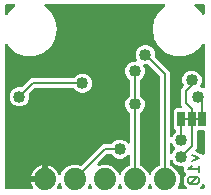
<source format=gbr>
G04 EAGLE Gerber RS-274X export*
G75*
%MOMM*%
%FSLAX34Y34*%
%LPD*%
%INBottom Copper*%
%IPPOS*%
%AMOC8*
5,1,8,0,0,1.08239X$1,22.5*%
G01*
%ADD10C,0.152400*%
%ADD11C,1.879600*%
%ADD12R,0.635000X1.270000*%
%ADD13C,0.203200*%
%ADD14C,1.016000*%

G36*
X26981Y4324D02*
X26981Y4324D01*
X27021Y4321D01*
X27138Y4344D01*
X27257Y4359D01*
X27294Y4373D01*
X27333Y4381D01*
X27441Y4432D01*
X27552Y4476D01*
X27585Y4499D01*
X27621Y4516D01*
X27713Y4592D01*
X27810Y4662D01*
X27835Y4693D01*
X27866Y4719D01*
X27936Y4815D01*
X28013Y4907D01*
X28030Y4944D01*
X28053Y4976D01*
X28097Y5087D01*
X28148Y5195D01*
X28156Y5234D01*
X28170Y5271D01*
X28185Y5390D01*
X28208Y5507D01*
X28205Y5547D01*
X28210Y5587D01*
X28196Y5706D01*
X28188Y5825D01*
X28176Y5863D01*
X28171Y5902D01*
X28127Y6014D01*
X28090Y6127D01*
X28069Y6161D01*
X28054Y6198D01*
X27968Y6334D01*
X27889Y6443D01*
X27036Y8117D01*
X26455Y9904D01*
X26415Y10161D01*
X36830Y10161D01*
X36948Y10176D01*
X37067Y10183D01*
X37105Y10196D01*
X37145Y10201D01*
X37256Y10244D01*
X37369Y10281D01*
X37403Y10303D01*
X37441Y10318D01*
X37537Y10388D01*
X37638Y10451D01*
X37666Y10481D01*
X37698Y10504D01*
X37774Y10596D01*
X37856Y10683D01*
X37875Y10718D01*
X37901Y10749D01*
X37952Y10857D01*
X38009Y10961D01*
X38020Y11001D01*
X38037Y11037D01*
X38059Y11154D01*
X38089Y11269D01*
X38093Y11330D01*
X38097Y11350D01*
X38095Y11370D01*
X38099Y11430D01*
X38099Y12701D01*
X39370Y12701D01*
X39488Y12716D01*
X39607Y12723D01*
X39645Y12736D01*
X39685Y12741D01*
X39796Y12785D01*
X39909Y12821D01*
X39944Y12843D01*
X39981Y12858D01*
X40077Y12928D01*
X40178Y12991D01*
X40206Y13021D01*
X40239Y13045D01*
X40314Y13136D01*
X40396Y13223D01*
X40416Y13258D01*
X40441Y13290D01*
X40492Y13397D01*
X40550Y13502D01*
X40560Y13541D01*
X40577Y13577D01*
X40599Y13694D01*
X40629Y13809D01*
X40633Y13870D01*
X40637Y13890D01*
X40635Y13910D01*
X40639Y13970D01*
X40639Y24385D01*
X40896Y24345D01*
X42683Y23764D01*
X44357Y22911D01*
X45878Y21806D01*
X47206Y20478D01*
X48311Y18957D01*
X49164Y17283D01*
X49315Y16818D01*
X49328Y16791D01*
X49335Y16762D01*
X49395Y16648D01*
X49450Y16530D01*
X49469Y16507D01*
X49483Y16481D01*
X49570Y16385D01*
X49653Y16285D01*
X49677Y16268D01*
X49697Y16246D01*
X49806Y16174D01*
X49910Y16098D01*
X49938Y16087D01*
X49963Y16071D01*
X50086Y16029D01*
X50206Y15981D01*
X50236Y15977D01*
X50264Y15968D01*
X50393Y15957D01*
X50521Y15941D01*
X50551Y15945D01*
X50581Y15942D01*
X50709Y15965D01*
X50837Y15981D01*
X50865Y15992D01*
X50894Y15997D01*
X51012Y16050D01*
X51133Y16098D01*
X51157Y16115D01*
X51184Y16127D01*
X51285Y16208D01*
X51390Y16284D01*
X51409Y16307D01*
X51433Y16326D01*
X51511Y16430D01*
X51593Y16529D01*
X51606Y16556D01*
X51624Y16580D01*
X51695Y16725D01*
X52948Y19750D01*
X56450Y23252D01*
X61024Y25147D01*
X65976Y25147D01*
X68178Y24235D01*
X68206Y24227D01*
X68233Y24213D01*
X68360Y24185D01*
X68485Y24151D01*
X68514Y24150D01*
X68543Y24144D01*
X68673Y24148D01*
X68803Y24146D01*
X68831Y24152D01*
X68861Y24153D01*
X68986Y24189D01*
X69112Y24220D01*
X69138Y24234D01*
X69166Y24242D01*
X69278Y24308D01*
X69393Y24368D01*
X69415Y24388D01*
X69440Y24403D01*
X69561Y24510D01*
X87216Y42165D01*
X93643Y42165D01*
X93741Y42177D01*
X93840Y42180D01*
X93899Y42197D01*
X93959Y42205D01*
X94051Y42241D01*
X94146Y42269D01*
X94198Y42299D01*
X94254Y42322D01*
X94334Y42380D01*
X94420Y42430D01*
X94495Y42496D01*
X94512Y42508D01*
X94520Y42518D01*
X94541Y42536D01*
X96995Y44991D01*
X99983Y46229D01*
X103217Y46229D01*
X106205Y44991D01*
X108069Y43127D01*
X108178Y43042D01*
X108285Y42953D01*
X108304Y42945D01*
X108320Y42932D01*
X108448Y42877D01*
X108573Y42818D01*
X108593Y42814D01*
X108612Y42806D01*
X108750Y42784D01*
X108886Y42758D01*
X108906Y42759D01*
X108926Y42756D01*
X109065Y42769D01*
X109203Y42778D01*
X109222Y42784D01*
X109242Y42786D01*
X109374Y42833D01*
X109505Y42876D01*
X109523Y42887D01*
X109542Y42894D01*
X109657Y42972D01*
X109774Y43046D01*
X109788Y43061D01*
X109805Y43072D01*
X109897Y43176D01*
X109992Y43278D01*
X110002Y43295D01*
X110015Y43311D01*
X110079Y43435D01*
X110146Y43556D01*
X110151Y43576D01*
X110160Y43594D01*
X110190Y43730D01*
X110225Y43864D01*
X110227Y43892D01*
X110230Y43904D01*
X110229Y43925D01*
X110235Y44025D01*
X110235Y68243D01*
X110223Y68341D01*
X110220Y68440D01*
X110203Y68499D01*
X110195Y68559D01*
X110159Y68651D01*
X110131Y68746D01*
X110101Y68798D01*
X110078Y68854D01*
X110020Y68934D01*
X109970Y69020D01*
X109904Y69095D01*
X109892Y69112D01*
X109882Y69120D01*
X109864Y69141D01*
X107409Y71595D01*
X106171Y74583D01*
X106171Y77817D01*
X107409Y80805D01*
X109864Y83259D01*
X109924Y83338D01*
X109992Y83410D01*
X110021Y83463D01*
X110058Y83511D01*
X110098Y83602D01*
X110146Y83688D01*
X110161Y83747D01*
X110185Y83802D01*
X110200Y83900D01*
X110225Y83996D01*
X110231Y84096D01*
X110235Y84117D01*
X110233Y84129D01*
X110235Y84157D01*
X110235Y96183D01*
X110223Y96281D01*
X110220Y96380D01*
X110203Y96439D01*
X110195Y96499D01*
X110159Y96591D01*
X110131Y96686D01*
X110101Y96738D01*
X110078Y96794D01*
X110020Y96874D01*
X109970Y96960D01*
X109904Y97035D01*
X109892Y97052D01*
X109882Y97060D01*
X109864Y97081D01*
X107409Y99535D01*
X106171Y102523D01*
X106171Y105757D01*
X107409Y108745D01*
X109695Y111031D01*
X112683Y112269D01*
X114911Y112269D01*
X114961Y112275D01*
X115010Y112273D01*
X115118Y112295D01*
X115227Y112309D01*
X115273Y112327D01*
X115322Y112337D01*
X115421Y112385D01*
X115523Y112426D01*
X115563Y112455D01*
X115608Y112477D01*
X115691Y112548D01*
X115780Y112612D01*
X115812Y112651D01*
X115850Y112683D01*
X115913Y112773D01*
X115983Y112857D01*
X116004Y112902D01*
X116033Y112943D01*
X116072Y113046D01*
X116118Y113145D01*
X116128Y113194D01*
X116145Y113240D01*
X116158Y113350D01*
X116178Y113457D01*
X116175Y113507D01*
X116181Y113556D01*
X116165Y113665D01*
X116158Y113775D01*
X116143Y113822D01*
X116136Y113871D01*
X116084Y114024D01*
X115061Y116493D01*
X115061Y119727D01*
X116299Y122715D01*
X118585Y125001D01*
X121573Y126239D01*
X124807Y126239D01*
X127795Y125001D01*
X130081Y122715D01*
X131319Y119727D01*
X131319Y116255D01*
X131331Y116157D01*
X131334Y116058D01*
X131351Y116000D01*
X131359Y115940D01*
X131395Y115848D01*
X131423Y115753D01*
X131453Y115701D01*
X131476Y115644D01*
X131534Y115564D01*
X131584Y115479D01*
X131650Y115403D01*
X131662Y115387D01*
X131672Y115379D01*
X131690Y115358D01*
X143765Y103284D01*
X143765Y49429D01*
X143773Y49360D01*
X143772Y49290D01*
X143793Y49202D01*
X143805Y49113D01*
X143830Y49048D01*
X143847Y48981D01*
X143889Y48901D01*
X143922Y48818D01*
X143963Y48761D01*
X143995Y48699D01*
X144056Y48633D01*
X144108Y48560D01*
X144162Y48516D01*
X144209Y48464D01*
X144284Y48415D01*
X144353Y48358D01*
X144417Y48328D01*
X144475Y48289D01*
X144560Y48260D01*
X144641Y48222D01*
X144710Y48209D01*
X144776Y48186D01*
X144865Y48179D01*
X144953Y48162D01*
X145023Y48167D01*
X145093Y48161D01*
X145181Y48176D01*
X145271Y48182D01*
X145337Y48203D01*
X145406Y48215D01*
X145488Y48252D01*
X145573Y48280D01*
X145632Y48317D01*
X145696Y48346D01*
X145766Y48402D01*
X145842Y48450D01*
X145890Y48501D01*
X145944Y48545D01*
X145999Y48616D01*
X146060Y48682D01*
X146094Y48743D01*
X146136Y48799D01*
X146207Y48943D01*
X146779Y50325D01*
X148996Y52542D01*
X149069Y52636D01*
X149148Y52725D01*
X149166Y52761D01*
X149191Y52793D01*
X149239Y52903D01*
X149293Y53009D01*
X149302Y53048D01*
X149318Y53085D01*
X149336Y53203D01*
X149362Y53319D01*
X149361Y53359D01*
X149367Y53399D01*
X149356Y53518D01*
X149353Y53637D01*
X149341Y53676D01*
X149338Y53716D01*
X149297Y53828D01*
X149264Y53942D01*
X149244Y53977D01*
X149230Y54015D01*
X149163Y54114D01*
X149103Y54216D01*
X149063Y54261D01*
X149051Y54278D01*
X149036Y54292D01*
X148996Y54337D01*
X147446Y55887D01*
X147446Y71113D01*
X149232Y72899D01*
X153239Y72899D01*
X153377Y72916D01*
X153515Y72929D01*
X153534Y72936D01*
X153554Y72939D01*
X153683Y72990D01*
X153814Y73037D01*
X153831Y73048D01*
X153850Y73056D01*
X153962Y73137D01*
X154077Y73215D01*
X154091Y73231D01*
X154107Y73242D01*
X154196Y73350D01*
X154288Y73454D01*
X154297Y73472D01*
X154310Y73487D01*
X154369Y73613D01*
X154432Y73737D01*
X154437Y73757D01*
X154446Y73775D01*
X154472Y73912D01*
X154502Y74047D01*
X154502Y74068D01*
X154505Y74087D01*
X154497Y74226D01*
X154492Y74365D01*
X154487Y74385D01*
X154486Y74405D01*
X154443Y74537D01*
X154404Y74671D01*
X154394Y74688D01*
X154388Y74707D01*
X154313Y74825D01*
X154243Y74945D01*
X154224Y74966D01*
X154217Y74976D01*
X154202Y74990D01*
X154136Y75065D01*
X153415Y75786D01*
X153415Y89314D01*
X155171Y91069D01*
X155189Y91093D01*
X155212Y91112D01*
X155286Y91218D01*
X155366Y91321D01*
X155378Y91348D01*
X155395Y91372D01*
X155441Y91493D01*
X155492Y91613D01*
X155497Y91642D01*
X155507Y91669D01*
X155522Y91798D01*
X155542Y91927D01*
X155539Y91956D01*
X155543Y91985D01*
X155525Y92114D01*
X155512Y92243D01*
X155502Y92271D01*
X155498Y92300D01*
X155446Y92453D01*
X154431Y94903D01*
X154431Y98137D01*
X155669Y101125D01*
X157955Y103411D01*
X160943Y104649D01*
X164177Y104649D01*
X167165Y103411D01*
X169451Y101125D01*
X170689Y98137D01*
X170689Y94903D01*
X169471Y91964D01*
X169440Y91849D01*
X169401Y91736D01*
X169398Y91696D01*
X169387Y91657D01*
X169385Y91538D01*
X169376Y91419D01*
X169383Y91380D01*
X169382Y91339D01*
X169410Y91223D01*
X169430Y91106D01*
X169447Y91069D01*
X169456Y91030D01*
X169512Y90924D01*
X169561Y90816D01*
X169586Y90784D01*
X169605Y90749D01*
X169685Y90661D01*
X169760Y90568D01*
X169792Y90543D01*
X169819Y90513D01*
X169918Y90448D01*
X170014Y90376D01*
X170068Y90350D01*
X170085Y90339D01*
X170104Y90332D01*
X170158Y90305D01*
X171636Y89693D01*
X171684Y89680D01*
X171728Y89659D01*
X171836Y89638D01*
X171943Y89609D01*
X171992Y89608D01*
X172040Y89599D01*
X172150Y89606D01*
X172261Y89604D01*
X172309Y89616D01*
X172358Y89619D01*
X172463Y89653D01*
X172570Y89678D01*
X172614Y89701D01*
X172660Y89716D01*
X172754Y89775D01*
X172852Y89827D01*
X172888Y89860D01*
X172929Y89886D01*
X173005Y89967D01*
X173087Y90041D01*
X173114Y90082D01*
X173147Y90117D01*
X173201Y90214D01*
X173262Y90307D01*
X173277Y90353D01*
X173301Y90396D01*
X173329Y90503D01*
X173365Y90607D01*
X173369Y90656D01*
X173381Y90704D01*
X173391Y90864D01*
X173434Y126180D01*
X173417Y126314D01*
X173412Y126404D01*
X173406Y126422D01*
X173401Y126471D01*
X173396Y126483D01*
X173395Y126496D01*
X173341Y126632D01*
X173316Y126699D01*
X173314Y126706D01*
X173313Y126708D01*
X173290Y126769D01*
X173283Y126780D01*
X173278Y126792D01*
X173192Y126910D01*
X173109Y127031D01*
X173099Y127039D01*
X173091Y127049D01*
X172979Y127143D01*
X172868Y127239D01*
X172857Y127244D01*
X172847Y127252D01*
X172715Y127315D01*
X172583Y127380D01*
X172571Y127383D01*
X172559Y127388D01*
X172416Y127416D01*
X172272Y127447D01*
X172259Y127446D01*
X172247Y127448D01*
X172102Y127440D01*
X171954Y127434D01*
X171942Y127430D01*
X171929Y127429D01*
X171790Y127384D01*
X171650Y127342D01*
X171639Y127335D01*
X171627Y127331D01*
X171503Y127253D01*
X171378Y127177D01*
X171369Y127168D01*
X171358Y127162D01*
X171303Y127104D01*
X171288Y127092D01*
X171253Y127051D01*
X171155Y126950D01*
X171145Y126936D01*
X171140Y126930D01*
X171132Y126916D01*
X171092Y126856D01*
X171085Y126847D01*
X171081Y126840D01*
X171066Y126816D01*
X169985Y124945D01*
X163878Y119820D01*
X156386Y117093D01*
X148414Y117093D01*
X140922Y119820D01*
X134815Y124944D01*
X130829Y131849D01*
X129445Y139700D01*
X130829Y147551D01*
X134815Y154455D01*
X139682Y158540D01*
X139706Y158566D01*
X139735Y158586D01*
X139814Y158682D01*
X139899Y158773D01*
X139915Y158804D01*
X139938Y158831D01*
X139991Y158944D01*
X140050Y159053D01*
X140058Y159087D01*
X140074Y159119D01*
X140097Y159241D01*
X140127Y159361D01*
X140127Y159397D01*
X140133Y159432D01*
X140126Y159555D01*
X140125Y159679D01*
X140116Y159714D01*
X140114Y159749D01*
X140075Y159867D01*
X140044Y159987D01*
X140026Y160018D01*
X140016Y160051D01*
X139949Y160156D01*
X139889Y160265D01*
X139864Y160290D01*
X139845Y160320D01*
X139755Y160405D01*
X139670Y160495D01*
X139640Y160514D01*
X139614Y160538D01*
X139505Y160598D01*
X139400Y160664D01*
X139366Y160675D01*
X139335Y160692D01*
X139215Y160723D01*
X139097Y160760D01*
X139062Y160762D01*
X139027Y160771D01*
X138867Y160781D01*
X38933Y160781D01*
X38898Y160777D01*
X38863Y160779D01*
X38741Y160757D01*
X38618Y160741D01*
X38585Y160728D01*
X38550Y160722D01*
X38437Y160670D01*
X38322Y160624D01*
X38294Y160604D01*
X38261Y160589D01*
X38165Y160510D01*
X38065Y160438D01*
X38042Y160410D01*
X38015Y160388D01*
X37941Y160288D01*
X37862Y160193D01*
X37847Y160161D01*
X37826Y160132D01*
X37779Y160017D01*
X37726Y159905D01*
X37720Y159870D01*
X37707Y159837D01*
X37690Y159714D01*
X37667Y159593D01*
X37669Y159557D01*
X37664Y159522D01*
X37679Y159399D01*
X37686Y159275D01*
X37697Y159241D01*
X37702Y159206D01*
X37746Y159091D01*
X37784Y158973D01*
X37803Y158943D01*
X37816Y158910D01*
X37888Y158809D01*
X37955Y158704D01*
X37980Y158680D01*
X38001Y158651D01*
X38118Y158540D01*
X42985Y154456D01*
X46971Y147551D01*
X48355Y139700D01*
X46971Y131849D01*
X42985Y124945D01*
X36878Y119820D01*
X29386Y117093D01*
X21414Y117093D01*
X13922Y119820D01*
X7815Y124944D01*
X6687Y126898D01*
X6599Y127014D01*
X6514Y127132D01*
X6503Y127141D01*
X6495Y127151D01*
X6381Y127242D01*
X6269Y127335D01*
X6256Y127341D01*
X6246Y127349D01*
X6112Y127409D01*
X5981Y127470D01*
X5968Y127473D01*
X5955Y127478D01*
X5811Y127503D01*
X5668Y127530D01*
X5655Y127529D01*
X5642Y127532D01*
X5496Y127519D01*
X5351Y127510D01*
X5338Y127506D01*
X5325Y127505D01*
X5187Y127457D01*
X5049Y127412D01*
X5037Y127405D01*
X5024Y127401D01*
X4903Y127320D01*
X4780Y127242D01*
X4771Y127232D01*
X4759Y127225D01*
X4662Y127117D01*
X4562Y127011D01*
X4555Y126999D01*
X4546Y126989D01*
X4479Y126860D01*
X4408Y126732D01*
X4405Y126719D01*
X4399Y126707D01*
X4365Y126565D01*
X4329Y126424D01*
X4328Y126406D01*
X4326Y126398D01*
X4326Y126380D01*
X4319Y126263D01*
X4319Y5588D01*
X4334Y5470D01*
X4341Y5351D01*
X4354Y5313D01*
X4359Y5272D01*
X4402Y5162D01*
X4439Y5049D01*
X4461Y5014D01*
X4476Y4977D01*
X4545Y4881D01*
X4609Y4780D01*
X4639Y4752D01*
X4662Y4719D01*
X4754Y4643D01*
X4841Y4562D01*
X4876Y4542D01*
X4907Y4517D01*
X5015Y4466D01*
X5119Y4408D01*
X5159Y4398D01*
X5195Y4381D01*
X5312Y4359D01*
X5427Y4329D01*
X5487Y4325D01*
X5507Y4321D01*
X5528Y4323D01*
X5588Y4319D01*
X26941Y4319D01*
X26981Y4324D01*
G37*
G36*
X127079Y16617D02*
X127079Y16617D01*
X127099Y16616D01*
X127235Y16644D01*
X127372Y16668D01*
X127391Y16676D01*
X127410Y16680D01*
X127535Y16741D01*
X127662Y16798D01*
X127678Y16811D01*
X127696Y16820D01*
X127802Y16910D01*
X127910Y16997D01*
X127923Y17013D01*
X127938Y17026D01*
X128018Y17140D01*
X128102Y17251D01*
X128114Y17276D01*
X128121Y17286D01*
X128128Y17305D01*
X128173Y17395D01*
X129148Y19750D01*
X132650Y23252D01*
X134852Y24164D01*
X134877Y24179D01*
X134905Y24188D01*
X135015Y24257D01*
X135128Y24322D01*
X135149Y24342D01*
X135174Y24358D01*
X135263Y24452D01*
X135356Y24543D01*
X135372Y24568D01*
X135392Y24590D01*
X135455Y24703D01*
X135523Y24814D01*
X135531Y24842D01*
X135546Y24868D01*
X135578Y24994D01*
X135616Y25118D01*
X135618Y25147D01*
X135625Y25176D01*
X135635Y25337D01*
X135635Y99391D01*
X135623Y99489D01*
X135620Y99588D01*
X135603Y99646D01*
X135595Y99706D01*
X135559Y99798D01*
X135531Y99893D01*
X135501Y99945D01*
X135478Y100002D01*
X135420Y100082D01*
X135370Y100167D01*
X135304Y100243D01*
X135292Y100259D01*
X135282Y100267D01*
X135264Y100288D01*
X125942Y109610D01*
X125864Y109670D01*
X125792Y109738D01*
X125739Y109767D01*
X125691Y109804D01*
X125600Y109844D01*
X125513Y109892D01*
X125455Y109907D01*
X125399Y109931D01*
X125301Y109946D01*
X125205Y109971D01*
X125105Y109977D01*
X125085Y109981D01*
X125073Y109979D01*
X125045Y109981D01*
X122579Y109981D01*
X122529Y109975D01*
X122480Y109977D01*
X122372Y109955D01*
X122263Y109941D01*
X122217Y109923D01*
X122168Y109913D01*
X122069Y109865D01*
X121967Y109824D01*
X121927Y109795D01*
X121882Y109773D01*
X121799Y109702D01*
X121710Y109638D01*
X121678Y109599D01*
X121640Y109567D01*
X121577Y109477D01*
X121507Y109393D01*
X121486Y109348D01*
X121457Y109307D01*
X121418Y109204D01*
X121372Y109105D01*
X121362Y109056D01*
X121345Y109010D01*
X121332Y108900D01*
X121312Y108793D01*
X121315Y108743D01*
X121309Y108694D01*
X121325Y108585D01*
X121332Y108475D01*
X121347Y108428D01*
X121354Y108379D01*
X121406Y108226D01*
X122429Y105757D01*
X122429Y102523D01*
X121191Y99535D01*
X118736Y97081D01*
X118676Y97002D01*
X118608Y96930D01*
X118579Y96877D01*
X118542Y96829D01*
X118502Y96738D01*
X118454Y96652D01*
X118439Y96593D01*
X118415Y96538D01*
X118400Y96440D01*
X118375Y96344D01*
X118369Y96244D01*
X118365Y96223D01*
X118367Y96211D01*
X118365Y96183D01*
X118365Y84157D01*
X118377Y84059D01*
X118380Y83960D01*
X118397Y83901D01*
X118405Y83841D01*
X118441Y83749D01*
X118469Y83654D01*
X118499Y83602D01*
X118522Y83546D01*
X118580Y83466D01*
X118630Y83380D01*
X118696Y83305D01*
X118708Y83288D01*
X118718Y83280D01*
X118736Y83259D01*
X121191Y80805D01*
X122429Y77817D01*
X122429Y74583D01*
X121191Y71595D01*
X118736Y69141D01*
X118676Y69062D01*
X118608Y68990D01*
X118579Y68937D01*
X118542Y68889D01*
X118502Y68798D01*
X118454Y68712D01*
X118439Y68653D01*
X118415Y68598D01*
X118400Y68500D01*
X118375Y68404D01*
X118369Y68304D01*
X118365Y68283D01*
X118367Y68271D01*
X118365Y68243D01*
X118365Y25337D01*
X118368Y25307D01*
X118366Y25278D01*
X118388Y25150D01*
X118405Y25021D01*
X118415Y24994D01*
X118420Y24965D01*
X118474Y24846D01*
X118522Y24725D01*
X118539Y24702D01*
X118551Y24675D01*
X118632Y24573D01*
X118708Y24468D01*
X118731Y24449D01*
X118750Y24426D01*
X118853Y24348D01*
X118953Y24265D01*
X118980Y24253D01*
X119004Y24235D01*
X119148Y24164D01*
X121350Y23252D01*
X124852Y19750D01*
X125827Y17395D01*
X125896Y17275D01*
X125961Y17152D01*
X125975Y17137D01*
X125985Y17119D01*
X126082Y17019D01*
X126175Y16916D01*
X126192Y16905D01*
X126206Y16891D01*
X126324Y16818D01*
X126441Y16742D01*
X126460Y16735D01*
X126477Y16724D01*
X126610Y16684D01*
X126742Y16638D01*
X126762Y16637D01*
X126781Y16631D01*
X126920Y16624D01*
X127059Y16613D01*
X127079Y16617D01*
G37*
%LPC*%
G36*
X14893Y74421D02*
X14893Y74421D01*
X11905Y75659D01*
X9619Y77945D01*
X8381Y80933D01*
X8381Y84167D01*
X9619Y87155D01*
X11905Y89441D01*
X14893Y90679D01*
X18365Y90679D01*
X18463Y90691D01*
X18562Y90694D01*
X18620Y90711D01*
X18680Y90719D01*
X18772Y90755D01*
X18867Y90783D01*
X18919Y90813D01*
X18976Y90836D01*
X19056Y90894D01*
X19141Y90944D01*
X19217Y91010D01*
X19233Y91022D01*
X19241Y91032D01*
X19262Y91050D01*
X26256Y98045D01*
X61893Y98045D01*
X61991Y98057D01*
X62090Y98060D01*
X62149Y98077D01*
X62209Y98085D01*
X62301Y98121D01*
X62396Y98149D01*
X62448Y98179D01*
X62504Y98202D01*
X62584Y98260D01*
X62670Y98310D01*
X62745Y98376D01*
X62762Y98388D01*
X62770Y98398D01*
X62791Y98416D01*
X65245Y100871D01*
X68233Y102109D01*
X71467Y102109D01*
X74455Y100871D01*
X76741Y98585D01*
X77979Y95597D01*
X77979Y92363D01*
X76741Y89375D01*
X74455Y87089D01*
X71467Y85851D01*
X68233Y85851D01*
X65245Y87089D01*
X62791Y89544D01*
X62713Y89604D01*
X62640Y89672D01*
X62587Y89701D01*
X62539Y89738D01*
X62448Y89778D01*
X62362Y89826D01*
X62303Y89841D01*
X62248Y89865D01*
X62150Y89880D01*
X62054Y89905D01*
X61954Y89911D01*
X61933Y89915D01*
X61921Y89913D01*
X61893Y89915D01*
X30149Y89915D01*
X30051Y89903D01*
X29952Y89900D01*
X29894Y89883D01*
X29834Y89875D01*
X29742Y89839D01*
X29647Y89811D01*
X29595Y89781D01*
X29538Y89758D01*
X29458Y89700D01*
X29373Y89650D01*
X29297Y89584D01*
X29281Y89572D01*
X29273Y89562D01*
X29252Y89544D01*
X25010Y85302D01*
X24950Y85224D01*
X24882Y85152D01*
X24853Y85099D01*
X24816Y85051D01*
X24776Y84960D01*
X24728Y84873D01*
X24713Y84815D01*
X24689Y84759D01*
X24674Y84661D01*
X24649Y84565D01*
X24643Y84465D01*
X24639Y84445D01*
X24641Y84433D01*
X24639Y84405D01*
X24639Y80933D01*
X23401Y77945D01*
X21115Y75659D01*
X18127Y74421D01*
X14893Y74421D01*
G37*
%LPD*%
G36*
X101679Y16617D02*
X101679Y16617D01*
X101699Y16616D01*
X101835Y16644D01*
X101972Y16668D01*
X101991Y16676D01*
X102010Y16680D01*
X102135Y16741D01*
X102262Y16798D01*
X102278Y16811D01*
X102296Y16820D01*
X102402Y16910D01*
X102510Y16997D01*
X102523Y17013D01*
X102538Y17026D01*
X102618Y17140D01*
X102702Y17251D01*
X102714Y17276D01*
X102721Y17286D01*
X102728Y17305D01*
X102773Y17395D01*
X103748Y19750D01*
X107250Y23252D01*
X109452Y24164D01*
X109477Y24179D01*
X109505Y24188D01*
X109615Y24257D01*
X109728Y24322D01*
X109749Y24342D01*
X109774Y24358D01*
X109863Y24452D01*
X109956Y24543D01*
X109972Y24568D01*
X109992Y24590D01*
X110055Y24703D01*
X110123Y24814D01*
X110131Y24842D01*
X110146Y24868D01*
X110178Y24994D01*
X110216Y25118D01*
X110218Y25147D01*
X110225Y25176D01*
X110235Y25337D01*
X110235Y32175D01*
X110218Y32313D01*
X110205Y32452D01*
X110198Y32471D01*
X110195Y32491D01*
X110144Y32620D01*
X110097Y32751D01*
X110086Y32768D01*
X110078Y32786D01*
X109997Y32899D01*
X109919Y33014D01*
X109903Y33027D01*
X109892Y33044D01*
X109784Y33133D01*
X109680Y33225D01*
X109662Y33234D01*
X109647Y33247D01*
X109521Y33306D01*
X109397Y33369D01*
X109377Y33374D01*
X109359Y33382D01*
X109223Y33408D01*
X109087Y33439D01*
X109066Y33438D01*
X109047Y33442D01*
X108908Y33433D01*
X108769Y33429D01*
X108749Y33423D01*
X108729Y33422D01*
X108597Y33379D01*
X108463Y33341D01*
X108446Y33330D01*
X108427Y33324D01*
X108309Y33250D01*
X108189Y33179D01*
X108168Y33161D01*
X108158Y33154D01*
X108144Y33139D01*
X108069Y33073D01*
X106205Y31209D01*
X103217Y29971D01*
X99983Y29971D01*
X96995Y31209D01*
X94541Y33664D01*
X94462Y33724D01*
X94390Y33792D01*
X94337Y33821D01*
X94289Y33858D01*
X94198Y33898D01*
X94112Y33946D01*
X94053Y33961D01*
X93998Y33985D01*
X93900Y34000D01*
X93804Y34025D01*
X93704Y34031D01*
X93683Y34035D01*
X93671Y34033D01*
X93643Y34035D01*
X91109Y34035D01*
X91011Y34023D01*
X90912Y34020D01*
X90854Y34003D01*
X90794Y33995D01*
X90702Y33959D01*
X90607Y33931D01*
X90555Y33901D01*
X90498Y33878D01*
X90418Y33820D01*
X90333Y33770D01*
X90257Y33704D01*
X90241Y33692D01*
X90233Y33682D01*
X90212Y33664D01*
X82863Y26315D01*
X82820Y26260D01*
X82770Y26211D01*
X82723Y26134D01*
X82668Y26064D01*
X82640Y25999D01*
X82604Y25940D01*
X82578Y25854D01*
X82542Y25772D01*
X82531Y25703D01*
X82510Y25636D01*
X82506Y25547D01*
X82492Y25458D01*
X82499Y25388D01*
X82495Y25318D01*
X82513Y25231D01*
X82522Y25141D01*
X82545Y25075D01*
X82560Y25007D01*
X82599Y24926D01*
X82629Y24842D01*
X82669Y24784D01*
X82699Y24721D01*
X82758Y24653D01*
X82808Y24579D01*
X82860Y24532D01*
X82906Y24479D01*
X82979Y24428D01*
X83046Y24368D01*
X83109Y24336D01*
X83166Y24296D01*
X83250Y24264D01*
X83330Y24223D01*
X83398Y24208D01*
X83463Y24183D01*
X83552Y24173D01*
X83640Y24154D01*
X83710Y24156D01*
X83779Y24148D01*
X83868Y24161D01*
X83958Y24163D01*
X84025Y24183D01*
X84094Y24193D01*
X84246Y24245D01*
X86424Y25147D01*
X91376Y25147D01*
X95950Y23252D01*
X99452Y19750D01*
X100427Y17395D01*
X100496Y17275D01*
X100561Y17152D01*
X100575Y17137D01*
X100585Y17119D01*
X100682Y17019D01*
X100775Y16916D01*
X100792Y16905D01*
X100806Y16891D01*
X100924Y16818D01*
X101041Y16742D01*
X101060Y16735D01*
X101077Y16724D01*
X101210Y16684D01*
X101342Y16638D01*
X101362Y16637D01*
X101381Y16631D01*
X101520Y16624D01*
X101659Y16613D01*
X101679Y16617D01*
G37*
G36*
X172196Y33121D02*
X172196Y33121D01*
X172289Y33126D01*
X172352Y33147D01*
X172417Y33157D01*
X172502Y33195D01*
X172592Y33224D01*
X172647Y33259D01*
X172707Y33286D01*
X172781Y33344D01*
X172861Y33394D01*
X172906Y33442D01*
X172957Y33482D01*
X173014Y33557D01*
X173079Y33625D01*
X173111Y33683D01*
X173151Y33735D01*
X173187Y33822D01*
X173233Y33904D01*
X173249Y33967D01*
X173275Y34028D01*
X173289Y34121D01*
X173313Y34211D01*
X173320Y34324D01*
X173323Y34342D01*
X173322Y34352D01*
X173323Y34372D01*
X173345Y52830D01*
X173330Y52949D01*
X173323Y53069D01*
X173311Y53107D01*
X173306Y53146D01*
X173262Y53258D01*
X173225Y53371D01*
X173204Y53405D01*
X173189Y53442D01*
X173119Y53539D01*
X173055Y53640D01*
X173026Y53667D01*
X173003Y53699D01*
X172910Y53776D01*
X172823Y53858D01*
X172788Y53877D01*
X172758Y53903D01*
X172649Y53954D01*
X172545Y54012D01*
X172506Y54021D01*
X172470Y54038D01*
X172353Y54061D01*
X172237Y54091D01*
X172178Y54095D01*
X172158Y54099D01*
X172138Y54097D01*
X172076Y54101D01*
X167894Y54101D01*
X167776Y54086D01*
X167657Y54079D01*
X167619Y54066D01*
X167578Y54061D01*
X167468Y54018D01*
X167355Y53981D01*
X167320Y53959D01*
X167283Y53944D01*
X167187Y53875D01*
X167086Y53811D01*
X167058Y53781D01*
X167025Y53758D01*
X166949Y53666D01*
X166868Y53579D01*
X166848Y53544D01*
X166823Y53513D01*
X166772Y53405D01*
X166714Y53301D01*
X166704Y53261D01*
X166687Y53225D01*
X166665Y53108D01*
X166635Y52993D01*
X166631Y52933D01*
X166627Y52913D01*
X166629Y52892D01*
X166625Y52832D01*
X166625Y38956D01*
X165678Y38010D01*
X165676Y38006D01*
X165672Y38004D01*
X165577Y37880D01*
X165483Y37759D01*
X165482Y37755D01*
X165479Y37751D01*
X165418Y37607D01*
X165357Y37467D01*
X165356Y37462D01*
X165355Y37458D01*
X165332Y37306D01*
X165307Y37153D01*
X165308Y37148D01*
X165307Y37144D01*
X165322Y36991D01*
X165337Y36836D01*
X165339Y36832D01*
X165339Y36827D01*
X165392Y36683D01*
X165445Y36537D01*
X165447Y36533D01*
X165449Y36529D01*
X165536Y36402D01*
X165623Y36274D01*
X165627Y36271D01*
X165629Y36267D01*
X165744Y36167D01*
X165862Y36063D01*
X165866Y36061D01*
X165869Y36058D01*
X166008Y35977D01*
X169529Y34217D01*
X169538Y34214D01*
X169546Y34208D01*
X169695Y34148D01*
X170872Y33756D01*
X170893Y33726D01*
X170976Y33601D01*
X170983Y33595D01*
X170988Y33588D01*
X171100Y33490D01*
X171213Y33389D01*
X171221Y33385D01*
X171228Y33379D01*
X171367Y33298D01*
X171486Y33238D01*
X171574Y33207D01*
X171659Y33167D01*
X171724Y33155D01*
X171786Y33133D01*
X171880Y33125D01*
X171972Y33107D01*
X172037Y33111D01*
X172103Y33105D01*
X172196Y33121D01*
G37*
G36*
X157366Y4336D02*
X157366Y4336D01*
X157505Y4349D01*
X157524Y4356D01*
X157544Y4359D01*
X157673Y4410D01*
X157804Y4457D01*
X157821Y4468D01*
X157840Y4476D01*
X157952Y4557D01*
X158067Y4635D01*
X158081Y4651D01*
X158097Y4662D01*
X158186Y4770D01*
X158278Y4874D01*
X158287Y4892D01*
X158300Y4907D01*
X158359Y5033D01*
X158422Y5157D01*
X158427Y5177D01*
X158435Y5195D01*
X158461Y5332D01*
X158492Y5467D01*
X158491Y5488D01*
X158495Y5507D01*
X158486Y5646D01*
X158482Y5785D01*
X158477Y5805D01*
X158475Y5825D01*
X158433Y5957D01*
X158394Y6091D01*
X158384Y6108D01*
X158377Y6127D01*
X158303Y6245D01*
X158232Y6365D01*
X158214Y6386D01*
X158207Y6396D01*
X158192Y6410D01*
X158126Y6485D01*
X156763Y7848D01*
X156763Y7849D01*
X155694Y8917D01*
X155694Y14956D01*
X157175Y16437D01*
X157248Y16531D01*
X157327Y16620D01*
X157345Y16656D01*
X157370Y16688D01*
X157418Y16798D01*
X157472Y16903D01*
X157480Y16943D01*
X157497Y16980D01*
X157515Y17098D01*
X157541Y17214D01*
X157540Y17254D01*
X157546Y17294D01*
X157535Y17413D01*
X157532Y17532D01*
X157520Y17570D01*
X157517Y17611D01*
X157476Y17723D01*
X157443Y17837D01*
X157423Y17872D01*
X157409Y17910D01*
X157342Y18009D01*
X157282Y18111D01*
X157242Y18156D01*
X157230Y18173D01*
X157215Y18187D01*
X157175Y18232D01*
X155694Y19713D01*
X155694Y22352D01*
X155679Y22470D01*
X155672Y22589D01*
X155659Y22627D01*
X155654Y22668D01*
X155610Y22778D01*
X155574Y22891D01*
X155552Y22926D01*
X155537Y22963D01*
X155467Y23059D01*
X155403Y23160D01*
X155374Y23188D01*
X155350Y23221D01*
X155258Y23297D01*
X155172Y23378D01*
X155136Y23398D01*
X155105Y23423D01*
X154998Y23474D01*
X154893Y23532D01*
X154854Y23542D01*
X154817Y23559D01*
X154701Y23581D01*
X154585Y23611D01*
X154525Y23615D01*
X154505Y23619D01*
X154485Y23617D01*
X154425Y23621D01*
X152053Y23621D01*
X149065Y24859D01*
X146779Y27145D01*
X146207Y28527D01*
X146172Y28588D01*
X146146Y28652D01*
X146094Y28725D01*
X146049Y28803D01*
X146001Y28853D01*
X145960Y28910D01*
X145890Y28967D01*
X145828Y29031D01*
X145768Y29068D01*
X145715Y29112D01*
X145633Y29151D01*
X145557Y29198D01*
X145490Y29218D01*
X145427Y29248D01*
X145339Y29265D01*
X145253Y29291D01*
X145183Y29295D01*
X145114Y29308D01*
X145025Y29302D01*
X144935Y29307D01*
X144867Y29292D01*
X144797Y29288D01*
X144712Y29260D01*
X144624Y29242D01*
X144561Y29212D01*
X144495Y29190D01*
X144419Y29142D01*
X144338Y29102D01*
X144285Y29057D01*
X144226Y29020D01*
X144164Y28954D01*
X144096Y28896D01*
X144056Y28839D01*
X144008Y28788D01*
X143965Y28710D01*
X143913Y28636D01*
X143888Y28571D01*
X143854Y28510D01*
X143832Y28423D01*
X143800Y28339D01*
X143792Y28269D01*
X143775Y28202D01*
X143765Y28041D01*
X143765Y25337D01*
X143768Y25307D01*
X143766Y25278D01*
X143788Y25150D01*
X143805Y25021D01*
X143815Y24994D01*
X143820Y24965D01*
X143874Y24846D01*
X143922Y24725D01*
X143939Y24702D01*
X143951Y24675D01*
X144032Y24573D01*
X144108Y24468D01*
X144131Y24449D01*
X144150Y24426D01*
X144253Y24348D01*
X144353Y24265D01*
X144380Y24253D01*
X144404Y24235D01*
X144548Y24164D01*
X146750Y23252D01*
X150252Y19750D01*
X152147Y15176D01*
X152147Y10224D01*
X150428Y6074D01*
X150414Y6026D01*
X150393Y5981D01*
X150373Y5873D01*
X150344Y5767D01*
X150343Y5717D01*
X150333Y5668D01*
X150340Y5559D01*
X150339Y5449D01*
X150350Y5401D01*
X150353Y5351D01*
X150387Y5247D01*
X150413Y5140D01*
X150436Y5096D01*
X150451Y5049D01*
X150510Y4956D01*
X150561Y4859D01*
X150595Y4822D01*
X150621Y4780D01*
X150702Y4705D01*
X150775Y4623D01*
X150817Y4596D01*
X150853Y4562D01*
X150949Y4509D01*
X151041Y4449D01*
X151088Y4432D01*
X151132Y4408D01*
X151238Y4381D01*
X151342Y4345D01*
X151391Y4341D01*
X151439Y4329D01*
X151600Y4319D01*
X157228Y4319D01*
X157366Y4336D01*
G37*
%LPC*%
G36*
X26415Y15239D02*
X26415Y15239D01*
X26455Y15496D01*
X27036Y17283D01*
X27889Y18957D01*
X28994Y20478D01*
X30322Y21806D01*
X31843Y22911D01*
X33517Y23764D01*
X35304Y24345D01*
X35561Y24385D01*
X35561Y15239D01*
X26415Y15239D01*
G37*
%LPD*%
G36*
X5652Y151879D02*
X5652Y151879D01*
X5798Y151885D01*
X5812Y151889D01*
X5825Y151890D01*
X5963Y151934D01*
X6103Y151976D01*
X6115Y151983D01*
X6127Y151988D01*
X6250Y152065D01*
X6375Y152141D01*
X6385Y152151D01*
X6396Y152158D01*
X6496Y152264D01*
X6598Y152368D01*
X6608Y152383D01*
X6614Y152389D01*
X6622Y152404D01*
X6687Y152502D01*
X7815Y154456D01*
X12682Y158540D01*
X12706Y158566D01*
X12735Y158586D01*
X12814Y158682D01*
X12899Y158773D01*
X12915Y158804D01*
X12938Y158831D01*
X12991Y158944D01*
X13050Y159053D01*
X13058Y159087D01*
X13074Y159119D01*
X13097Y159241D01*
X13127Y159361D01*
X13127Y159397D01*
X13133Y159432D01*
X13126Y159555D01*
X13125Y159679D01*
X13116Y159714D01*
X13114Y159749D01*
X13075Y159867D01*
X13044Y159987D01*
X13026Y160018D01*
X13016Y160051D01*
X12949Y160156D01*
X12889Y160265D01*
X12864Y160290D01*
X12845Y160320D01*
X12755Y160405D01*
X12670Y160495D01*
X12640Y160514D01*
X12614Y160538D01*
X12505Y160598D01*
X12400Y160664D01*
X12366Y160675D01*
X12335Y160692D01*
X12215Y160723D01*
X12097Y160760D01*
X12062Y160762D01*
X12027Y160771D01*
X11867Y160781D01*
X5588Y160781D01*
X5470Y160766D01*
X5351Y160759D01*
X5313Y160746D01*
X5272Y160741D01*
X5162Y160698D01*
X5049Y160661D01*
X5014Y160639D01*
X4977Y160624D01*
X4881Y160555D01*
X4780Y160491D01*
X4752Y160461D01*
X4719Y160438D01*
X4643Y160346D01*
X4562Y160259D01*
X4542Y160224D01*
X4517Y160193D01*
X4466Y160085D01*
X4408Y159981D01*
X4398Y159941D01*
X4381Y159905D01*
X4359Y159788D01*
X4329Y159673D01*
X4325Y159613D01*
X4321Y159593D01*
X4323Y159572D01*
X4319Y159512D01*
X4319Y153137D01*
X4337Y152992D01*
X4352Y152847D01*
X4357Y152834D01*
X4359Y152821D01*
X4412Y152686D01*
X4463Y152549D01*
X4471Y152538D01*
X4476Y152525D01*
X4561Y152408D01*
X4644Y152288D01*
X4655Y152279D01*
X4662Y152268D01*
X4774Y152175D01*
X4885Y152080D01*
X4897Y152074D01*
X4907Y152065D01*
X5039Y152003D01*
X5170Y151938D01*
X5183Y151935D01*
X5195Y151930D01*
X5337Y151902D01*
X5481Y151872D01*
X5494Y151872D01*
X5507Y151870D01*
X5652Y151879D01*
G37*
G36*
X172289Y151906D02*
X172289Y151906D01*
X172433Y151914D01*
X172447Y151919D01*
X172461Y151920D01*
X172598Y151968D01*
X172736Y152012D01*
X172748Y152020D01*
X172761Y152024D01*
X172882Y152105D01*
X173005Y152182D01*
X173014Y152192D01*
X173026Y152200D01*
X173123Y152308D01*
X173223Y152413D01*
X173230Y152426D01*
X173239Y152436D01*
X173306Y152565D01*
X173377Y152692D01*
X173380Y152705D01*
X173387Y152718D01*
X173420Y152859D01*
X173456Y152999D01*
X173458Y153019D01*
X173460Y153028D01*
X173459Y153045D01*
X173467Y153160D01*
X173475Y159510D01*
X173460Y159629D01*
X173452Y159749D01*
X173440Y159787D01*
X173435Y159826D01*
X173391Y159938D01*
X173354Y160051D01*
X173333Y160085D01*
X173318Y160122D01*
X173248Y160219D01*
X173184Y160320D01*
X173155Y160347D01*
X173132Y160379D01*
X173040Y160456D01*
X172952Y160538D01*
X172918Y160557D01*
X172887Y160583D01*
X172779Y160634D01*
X172674Y160692D01*
X172635Y160701D01*
X172600Y160718D01*
X172482Y160741D01*
X172366Y160771D01*
X172307Y160775D01*
X172287Y160779D01*
X172267Y160777D01*
X172205Y160781D01*
X165933Y160781D01*
X165898Y160777D01*
X165863Y160779D01*
X165741Y160757D01*
X165618Y160741D01*
X165585Y160728D01*
X165550Y160722D01*
X165437Y160670D01*
X165322Y160624D01*
X165294Y160604D01*
X165261Y160589D01*
X165165Y160510D01*
X165065Y160438D01*
X165042Y160410D01*
X165015Y160388D01*
X164941Y160288D01*
X164862Y160193D01*
X164847Y160161D01*
X164826Y160132D01*
X164779Y160017D01*
X164726Y159905D01*
X164720Y159870D01*
X164707Y159837D01*
X164690Y159714D01*
X164667Y159593D01*
X164669Y159557D01*
X164664Y159522D01*
X164679Y159399D01*
X164686Y159275D01*
X164697Y159241D01*
X164702Y159206D01*
X164746Y159091D01*
X164784Y158973D01*
X164803Y158943D01*
X164816Y158910D01*
X164888Y158809D01*
X164955Y158704D01*
X164980Y158680D01*
X165001Y158651D01*
X165118Y158540D01*
X169985Y154456D01*
X171098Y152527D01*
X171186Y152411D01*
X171271Y152294D01*
X171282Y152285D01*
X171291Y152274D01*
X171404Y152183D01*
X171516Y152091D01*
X171529Y152085D01*
X171540Y152076D01*
X171672Y152017D01*
X171803Y151955D01*
X171817Y151952D01*
X171830Y151947D01*
X171974Y151922D01*
X172116Y151895D01*
X172130Y151896D01*
X172144Y151893D01*
X172289Y151906D01*
G37*
G36*
X145181Y34206D02*
X145181Y34206D01*
X145271Y34212D01*
X145337Y34233D01*
X145406Y34245D01*
X145488Y34282D01*
X145573Y34310D01*
X145632Y34347D01*
X145696Y34376D01*
X145766Y34432D01*
X145842Y34480D01*
X145890Y34531D01*
X145944Y34575D01*
X145999Y34646D01*
X146060Y34712D01*
X146094Y34773D01*
X146136Y34829D01*
X146207Y34973D01*
X146779Y36355D01*
X148262Y37838D01*
X148335Y37932D01*
X148413Y38021D01*
X148432Y38057D01*
X148457Y38089D01*
X148504Y38198D01*
X148558Y38304D01*
X148567Y38343D01*
X148583Y38381D01*
X148602Y38498D01*
X148628Y38614D01*
X148627Y38655D01*
X148633Y38695D01*
X148622Y38813D01*
X148618Y38932D01*
X148607Y38971D01*
X148603Y39011D01*
X148563Y39123D01*
X148530Y39238D01*
X148509Y39273D01*
X148495Y39311D01*
X148429Y39409D01*
X148368Y39512D01*
X148328Y39557D01*
X148317Y39574D01*
X148302Y39587D01*
X148262Y39633D01*
X146779Y41115D01*
X146207Y42497D01*
X146172Y42558D01*
X146146Y42622D01*
X146094Y42695D01*
X146049Y42773D01*
X146001Y42823D01*
X145960Y42880D01*
X145890Y42937D01*
X145828Y43001D01*
X145768Y43038D01*
X145715Y43082D01*
X145633Y43121D01*
X145557Y43168D01*
X145490Y43188D01*
X145427Y43218D01*
X145339Y43235D01*
X145253Y43261D01*
X145183Y43265D01*
X145114Y43278D01*
X145025Y43272D01*
X144935Y43277D01*
X144867Y43262D01*
X144797Y43258D01*
X144712Y43230D01*
X144624Y43212D01*
X144561Y43182D01*
X144495Y43160D01*
X144419Y43112D01*
X144338Y43072D01*
X144285Y43027D01*
X144226Y42990D01*
X144164Y42924D01*
X144096Y42866D01*
X144056Y42809D01*
X144008Y42758D01*
X143965Y42680D01*
X143913Y42606D01*
X143888Y42541D01*
X143854Y42480D01*
X143832Y42393D01*
X143800Y42309D01*
X143792Y42239D01*
X143775Y42172D01*
X143765Y42011D01*
X143765Y35459D01*
X143773Y35390D01*
X143772Y35320D01*
X143793Y35232D01*
X143805Y35143D01*
X143830Y35078D01*
X143847Y35011D01*
X143889Y34931D01*
X143922Y34848D01*
X143963Y34791D01*
X143995Y34729D01*
X144056Y34663D01*
X144108Y34590D01*
X144162Y34546D01*
X144209Y34494D01*
X144284Y34445D01*
X144353Y34388D01*
X144417Y34358D01*
X144475Y34319D01*
X144560Y34290D01*
X144641Y34252D01*
X144710Y34239D01*
X144776Y34216D01*
X144865Y34209D01*
X144953Y34192D01*
X145023Y34197D01*
X145093Y34191D01*
X145181Y34206D01*
G37*
G36*
X51649Y4325D02*
X51649Y4325D01*
X51699Y4323D01*
X51806Y4345D01*
X51915Y4359D01*
X51962Y4377D01*
X52010Y4387D01*
X52109Y4435D01*
X52211Y4476D01*
X52251Y4505D01*
X52296Y4527D01*
X52380Y4598D01*
X52468Y4662D01*
X52500Y4701D01*
X52538Y4733D01*
X52601Y4823D01*
X52671Y4907D01*
X52692Y4952D01*
X52721Y4993D01*
X52760Y5096D01*
X52807Y5195D01*
X52816Y5244D01*
X52834Y5290D01*
X52846Y5400D01*
X52867Y5507D01*
X52863Y5557D01*
X52869Y5606D01*
X52854Y5715D01*
X52847Y5825D01*
X52831Y5872D01*
X52825Y5921D01*
X52772Y6074D01*
X51695Y8675D01*
X51680Y8701D01*
X51671Y8730D01*
X51601Y8839D01*
X51537Y8952D01*
X51517Y8973D01*
X51500Y8998D01*
X51406Y9087D01*
X51316Y9180D01*
X51291Y9196D01*
X51269Y9216D01*
X51155Y9279D01*
X51045Y9346D01*
X51016Y9355D01*
X50990Y9369D01*
X50865Y9402D01*
X50741Y9440D01*
X50711Y9441D01*
X50682Y9449D01*
X50552Y9449D01*
X50423Y9455D01*
X50394Y9449D01*
X50364Y9449D01*
X50238Y9417D01*
X50112Y9391D01*
X50085Y9378D01*
X50056Y9370D01*
X49943Y9308D01*
X49826Y9251D01*
X49803Y9232D01*
X49777Y9217D01*
X49683Y9129D01*
X49584Y9045D01*
X49567Y9020D01*
X49545Y9000D01*
X49476Y8890D01*
X49401Y8785D01*
X49390Y8757D01*
X49374Y8731D01*
X49315Y8582D01*
X49164Y8117D01*
X48311Y6443D01*
X48232Y6334D01*
X48213Y6299D01*
X48187Y6269D01*
X48136Y6160D01*
X48079Y6056D01*
X48069Y6017D01*
X48052Y5981D01*
X48029Y5864D01*
X48000Y5747D01*
X48000Y5708D01*
X47992Y5668D01*
X48000Y5549D01*
X47999Y5429D01*
X48009Y5391D01*
X48012Y5351D01*
X48049Y5237D01*
X48078Y5121D01*
X48098Y5086D01*
X48110Y5049D01*
X48174Y4948D01*
X48231Y4843D01*
X48259Y4814D01*
X48280Y4780D01*
X48367Y4698D01*
X48449Y4611D01*
X48483Y4589D01*
X48512Y4562D01*
X48616Y4504D01*
X48717Y4440D01*
X48755Y4428D01*
X48790Y4408D01*
X48906Y4379D01*
X49020Y4341D01*
X49060Y4339D01*
X49098Y4329D01*
X49259Y4319D01*
X51600Y4319D01*
X51649Y4325D01*
G37*
G36*
X127849Y4325D02*
X127849Y4325D01*
X127899Y4323D01*
X128006Y4345D01*
X128115Y4359D01*
X128162Y4377D01*
X128210Y4387D01*
X128309Y4435D01*
X128411Y4476D01*
X128451Y4505D01*
X128496Y4527D01*
X128579Y4598D01*
X128668Y4662D01*
X128700Y4701D01*
X128738Y4733D01*
X128801Y4823D01*
X128871Y4907D01*
X128892Y4952D01*
X128921Y4993D01*
X128960Y5096D01*
X129007Y5195D01*
X129016Y5244D01*
X129034Y5290D01*
X129046Y5400D01*
X129067Y5507D01*
X129063Y5557D01*
X129069Y5606D01*
X129054Y5715D01*
X129047Y5825D01*
X129031Y5872D01*
X129025Y5921D01*
X128972Y6074D01*
X128173Y8005D01*
X128104Y8125D01*
X128039Y8248D01*
X128025Y8263D01*
X128015Y8281D01*
X127918Y8381D01*
X127825Y8484D01*
X127808Y8495D01*
X127794Y8509D01*
X127676Y8582D01*
X127559Y8658D01*
X127540Y8665D01*
X127523Y8676D01*
X127390Y8716D01*
X127258Y8762D01*
X127238Y8763D01*
X127219Y8769D01*
X127080Y8776D01*
X126941Y8787D01*
X126921Y8783D01*
X126901Y8784D01*
X126766Y8756D01*
X126628Y8732D01*
X126609Y8724D01*
X126590Y8720D01*
X126465Y8659D01*
X126338Y8602D01*
X126322Y8589D01*
X126304Y8580D01*
X126198Y8490D01*
X126090Y8403D01*
X126077Y8387D01*
X126062Y8374D01*
X125982Y8260D01*
X125898Y8149D01*
X125886Y8124D01*
X125879Y8114D01*
X125872Y8095D01*
X125827Y8005D01*
X125028Y6074D01*
X125014Y6026D01*
X124993Y5981D01*
X124973Y5873D01*
X124944Y5767D01*
X124943Y5717D01*
X124933Y5668D01*
X124940Y5559D01*
X124939Y5449D01*
X124950Y5401D01*
X124953Y5351D01*
X124987Y5247D01*
X125013Y5140D01*
X125036Y5096D01*
X125051Y5049D01*
X125110Y4956D01*
X125161Y4859D01*
X125195Y4822D01*
X125221Y4780D01*
X125302Y4705D01*
X125375Y4623D01*
X125417Y4596D01*
X125453Y4562D01*
X125549Y4509D01*
X125641Y4449D01*
X125688Y4432D01*
X125732Y4408D01*
X125838Y4381D01*
X125942Y4345D01*
X125991Y4341D01*
X126039Y4329D01*
X126200Y4319D01*
X127800Y4319D01*
X127849Y4325D01*
G37*
G36*
X102449Y4325D02*
X102449Y4325D01*
X102499Y4323D01*
X102606Y4345D01*
X102715Y4359D01*
X102762Y4377D01*
X102810Y4387D01*
X102909Y4435D01*
X103011Y4476D01*
X103051Y4505D01*
X103096Y4527D01*
X103179Y4598D01*
X103268Y4662D01*
X103300Y4701D01*
X103338Y4733D01*
X103401Y4823D01*
X103471Y4907D01*
X103492Y4952D01*
X103521Y4993D01*
X103560Y5096D01*
X103607Y5195D01*
X103616Y5244D01*
X103634Y5290D01*
X103646Y5400D01*
X103667Y5507D01*
X103663Y5557D01*
X103669Y5606D01*
X103654Y5715D01*
X103647Y5825D01*
X103631Y5872D01*
X103625Y5921D01*
X103572Y6074D01*
X102773Y8005D01*
X102704Y8125D01*
X102639Y8248D01*
X102625Y8263D01*
X102615Y8281D01*
X102518Y8381D01*
X102425Y8484D01*
X102408Y8495D01*
X102394Y8509D01*
X102276Y8582D01*
X102159Y8658D01*
X102140Y8665D01*
X102123Y8676D01*
X101990Y8716D01*
X101858Y8762D01*
X101838Y8763D01*
X101819Y8769D01*
X101680Y8776D01*
X101541Y8787D01*
X101521Y8783D01*
X101501Y8784D01*
X101366Y8756D01*
X101228Y8732D01*
X101209Y8724D01*
X101190Y8720D01*
X101065Y8659D01*
X100938Y8602D01*
X100922Y8589D01*
X100904Y8580D01*
X100798Y8490D01*
X100690Y8403D01*
X100677Y8387D01*
X100662Y8374D01*
X100582Y8260D01*
X100498Y8149D01*
X100486Y8124D01*
X100479Y8114D01*
X100472Y8095D01*
X100427Y8005D01*
X99628Y6074D01*
X99614Y6026D01*
X99593Y5981D01*
X99573Y5873D01*
X99544Y5767D01*
X99543Y5717D01*
X99533Y5668D01*
X99540Y5559D01*
X99539Y5449D01*
X99550Y5401D01*
X99553Y5351D01*
X99587Y5247D01*
X99613Y5140D01*
X99636Y5096D01*
X99651Y5049D01*
X99710Y4956D01*
X99761Y4859D01*
X99795Y4822D01*
X99821Y4780D01*
X99902Y4705D01*
X99975Y4623D01*
X100017Y4596D01*
X100053Y4562D01*
X100149Y4509D01*
X100241Y4449D01*
X100288Y4432D01*
X100332Y4408D01*
X100438Y4381D01*
X100542Y4345D01*
X100591Y4341D01*
X100639Y4329D01*
X100800Y4319D01*
X102400Y4319D01*
X102449Y4325D01*
G37*
G36*
X77049Y4325D02*
X77049Y4325D01*
X77099Y4323D01*
X77206Y4345D01*
X77315Y4359D01*
X77362Y4377D01*
X77410Y4387D01*
X77509Y4435D01*
X77611Y4476D01*
X77651Y4505D01*
X77696Y4527D01*
X77779Y4598D01*
X77868Y4662D01*
X77900Y4701D01*
X77938Y4733D01*
X78001Y4823D01*
X78071Y4907D01*
X78092Y4952D01*
X78121Y4993D01*
X78160Y5096D01*
X78207Y5195D01*
X78216Y5244D01*
X78234Y5290D01*
X78246Y5400D01*
X78267Y5507D01*
X78263Y5557D01*
X78269Y5606D01*
X78254Y5715D01*
X78247Y5825D01*
X78231Y5872D01*
X78225Y5921D01*
X78172Y6074D01*
X77373Y8005D01*
X77304Y8125D01*
X77239Y8248D01*
X77225Y8263D01*
X77215Y8281D01*
X77118Y8381D01*
X77025Y8484D01*
X77008Y8495D01*
X76994Y8509D01*
X76876Y8582D01*
X76759Y8658D01*
X76740Y8665D01*
X76723Y8676D01*
X76590Y8716D01*
X76458Y8762D01*
X76438Y8763D01*
X76419Y8769D01*
X76280Y8776D01*
X76141Y8787D01*
X76121Y8783D01*
X76101Y8784D01*
X75966Y8756D01*
X75828Y8732D01*
X75809Y8724D01*
X75790Y8720D01*
X75665Y8659D01*
X75538Y8602D01*
X75522Y8589D01*
X75504Y8580D01*
X75398Y8490D01*
X75290Y8403D01*
X75277Y8387D01*
X75262Y8374D01*
X75182Y8260D01*
X75098Y8149D01*
X75086Y8124D01*
X75079Y8114D01*
X75072Y8095D01*
X75027Y8005D01*
X74228Y6074D01*
X74214Y6026D01*
X74193Y5981D01*
X74173Y5873D01*
X74144Y5767D01*
X74143Y5717D01*
X74133Y5668D01*
X74140Y5559D01*
X74139Y5449D01*
X74150Y5401D01*
X74153Y5351D01*
X74187Y5247D01*
X74213Y5140D01*
X74236Y5096D01*
X74251Y5049D01*
X74310Y4956D01*
X74361Y4859D01*
X74395Y4822D01*
X74421Y4780D01*
X74502Y4705D01*
X74575Y4623D01*
X74617Y4596D01*
X74653Y4562D01*
X74749Y4509D01*
X74841Y4449D01*
X74888Y4432D01*
X74932Y4408D01*
X75038Y4381D01*
X75142Y4345D01*
X75191Y4341D01*
X75239Y4329D01*
X75400Y4319D01*
X77000Y4319D01*
X77049Y4325D01*
G37*
G36*
X172136Y4334D02*
X172136Y4334D01*
X172254Y4341D01*
X172293Y4353D01*
X172334Y4359D01*
X172444Y4402D01*
X172557Y4438D01*
X172592Y4460D01*
X172630Y4476D01*
X172726Y4545D01*
X172826Y4608D01*
X172854Y4638D01*
X172887Y4662D01*
X172963Y4754D01*
X173044Y4840D01*
X173064Y4876D01*
X173090Y4907D01*
X173141Y5015D01*
X173198Y5118D01*
X173208Y5158D01*
X173226Y5195D01*
X173248Y5311D01*
X173278Y5426D01*
X173282Y5487D01*
X173285Y5507D01*
X173284Y5528D01*
X173288Y5586D01*
X173290Y7183D01*
X173273Y7321D01*
X173260Y7461D01*
X173253Y7479D01*
X173250Y7499D01*
X173199Y7629D01*
X173152Y7760D01*
X173141Y7776D01*
X173134Y7794D01*
X173052Y7908D01*
X172973Y8023D01*
X172959Y8036D01*
X172947Y8052D01*
X172839Y8141D01*
X172735Y8234D01*
X172718Y8243D01*
X172703Y8255D01*
X172576Y8315D01*
X172452Y8378D01*
X172433Y8383D01*
X172415Y8391D01*
X172278Y8417D01*
X172141Y8448D01*
X172122Y8447D01*
X172103Y8451D01*
X171964Y8443D01*
X171823Y8438D01*
X171805Y8433D01*
X171785Y8432D01*
X171652Y8389D01*
X171518Y8350D01*
X171501Y8340D01*
X171483Y8334D01*
X171364Y8259D01*
X171244Y8188D01*
X171224Y8170D01*
X171214Y8164D01*
X171200Y8150D01*
X171123Y8082D01*
X169527Y6485D01*
X169441Y6376D01*
X169353Y6269D01*
X169344Y6250D01*
X169332Y6234D01*
X169276Y6106D01*
X169217Y5981D01*
X169214Y5961D01*
X169205Y5942D01*
X169184Y5804D01*
X169158Y5668D01*
X169159Y5648D01*
X169156Y5628D01*
X169169Y5489D01*
X169177Y5351D01*
X169183Y5332D01*
X169185Y5312D01*
X169233Y5180D01*
X169275Y5049D01*
X169286Y5031D01*
X169293Y5012D01*
X169371Y4897D01*
X169445Y4780D01*
X169460Y4766D01*
X169472Y4749D01*
X169576Y4657D01*
X169677Y4562D01*
X169695Y4552D01*
X169710Y4539D01*
X169834Y4475D01*
X169956Y4408D01*
X169975Y4403D01*
X169993Y4394D01*
X170129Y4364D01*
X170264Y4329D01*
X170292Y4327D01*
X170304Y4324D01*
X170324Y4325D01*
X170424Y4319D01*
X172019Y4319D01*
X172136Y4334D01*
G37*
D10*
X162386Y33528D02*
X168148Y30647D01*
X162386Y27766D01*
X162386Y24173D02*
X159505Y21292D01*
X168148Y21292D01*
X168148Y24173D02*
X168148Y18411D01*
X166707Y14818D02*
X160945Y14818D01*
X159505Y13377D01*
X159505Y10496D01*
X160945Y9055D01*
X166707Y9055D01*
X168148Y10496D01*
X168148Y13377D01*
X166707Y14818D01*
X160945Y9055D01*
D11*
X38100Y12700D03*
X63500Y12700D03*
X88900Y12700D03*
X114300Y12700D03*
X139700Y12700D03*
D12*
X171450Y63500D03*
X162560Y63500D03*
X153670Y63500D03*
D13*
X38100Y50800D02*
X38100Y12700D01*
D14*
X60960Y82550D03*
D13*
X38100Y59690D02*
X38100Y50800D01*
X38100Y59690D02*
X60960Y82550D01*
D14*
X162560Y96520D03*
D13*
X162560Y63500D02*
X162560Y40640D01*
X153670Y31750D01*
D14*
X153670Y31750D03*
X101600Y38100D03*
D13*
X88900Y38100D01*
X63500Y12700D01*
X162560Y63500D02*
X172720Y63500D01*
X158750Y63500D02*
X152400Y63500D01*
X158750Y63500D02*
X162560Y63500D01*
X162560Y92710D02*
X162560Y96520D01*
X162560Y92710D02*
X157480Y87630D01*
X157480Y77470D01*
X162560Y72390D01*
X162560Y63500D01*
X139700Y93980D02*
X139700Y12700D01*
D14*
X123190Y118110D03*
D13*
X139700Y101600D02*
X139700Y93980D01*
X139700Y101600D02*
X127000Y114300D01*
X123190Y118110D01*
X114300Y76200D02*
X114300Y12700D01*
D14*
X114300Y76200D03*
X114300Y104140D03*
D13*
X114300Y76200D01*
X27860Y93900D02*
X24130Y90170D01*
D14*
X16510Y82550D03*
D13*
X24130Y90170D01*
D14*
X69850Y93980D03*
D13*
X27940Y93980D01*
X24130Y90170D01*
D14*
X153670Y45720D03*
D13*
X153670Y63500D01*
X171450Y63500D02*
X171450Y71120D01*
D14*
X167640Y82550D03*
D13*
X171450Y78740D01*
X171450Y71120D01*
M02*

</source>
